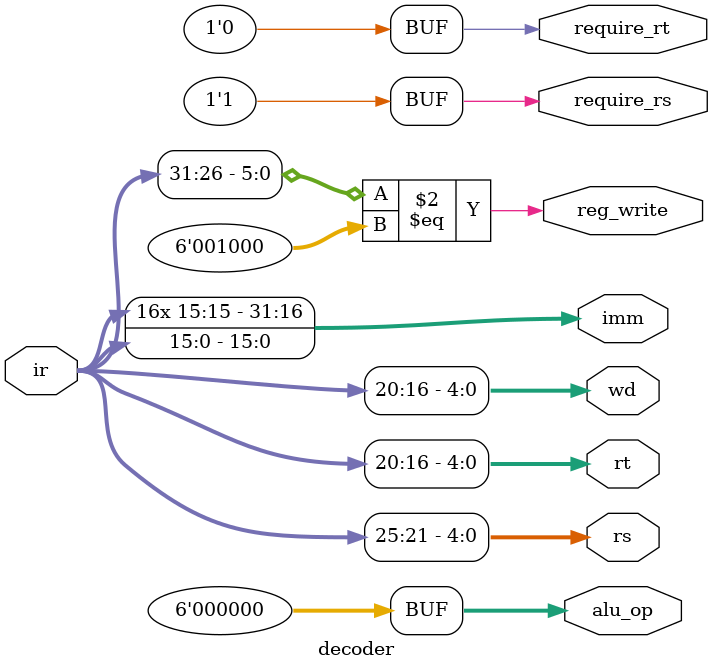
<source format=sv>
`timescale 1ns / 1ps


module decoder(
    input  logic [31:0] ir,
    output logic [ 4:0] rs,
    output logic        require_rs,
    output logic [ 4:0] rt,
    output logic        require_rt,
    output logic [ 4:0] wd,
    output logic        reg_write,
    output logic [31:0] imm,
    output logic [ 5:0] alu_op
);

always_comb begin
    
    rs <= ir[25:21];
    require_rs <= 1'b1;
    rt <= ir[20:16];
    require_rt <= 1'b0;
    wd <= ir[20:16];
    
    reg_write <= ir[31:26] == 6'b001000;
    
    imm <= {{16{ir[15]}}, ir[15:0]};
    alu_op <= 6'b000000;    // This means Add in this demo, you can alter its meaning
    
end 

endmodule

</source>
